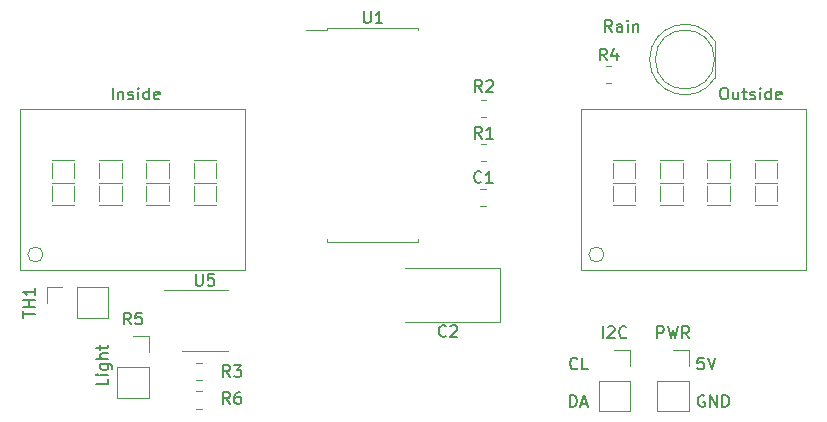
<source format=gbr>
G04 #@! TF.GenerationSoftware,KiCad,Pcbnew,(5.1.9)-1*
G04 #@! TF.CreationDate,2021-11-02T13:36:32-07:00*
G04 #@! TF.ProjectId,wemos_d1_mini_weather_station,77656d6f-735f-4643-915f-6d696e695f77,rev?*
G04 #@! TF.SameCoordinates,Original*
G04 #@! TF.FileFunction,Legend,Top*
G04 #@! TF.FilePolarity,Positive*
%FSLAX46Y46*%
G04 Gerber Fmt 4.6, Leading zero omitted, Abs format (unit mm)*
G04 Created by KiCad (PCBNEW (5.1.9)-1) date 2021-11-02 13:36:32*
%MOMM*%
%LPD*%
G01*
G04 APERTURE LIST*
%ADD10C,0.150000*%
%ADD11C,0.120000*%
G04 APERTURE END LIST*
D10*
X62428380Y-97131047D02*
X62428380Y-97607238D01*
X61428380Y-97607238D01*
X62428380Y-96797714D02*
X61761714Y-96797714D01*
X61428380Y-96797714D02*
X61476000Y-96845333D01*
X61523619Y-96797714D01*
X61476000Y-96750095D01*
X61428380Y-96797714D01*
X61523619Y-96797714D01*
X61761714Y-95892952D02*
X62571238Y-95892952D01*
X62666476Y-95940571D01*
X62714095Y-95988190D01*
X62761714Y-96083428D01*
X62761714Y-96226285D01*
X62714095Y-96321523D01*
X62380761Y-95892952D02*
X62428380Y-95988190D01*
X62428380Y-96178666D01*
X62380761Y-96273904D01*
X62333142Y-96321523D01*
X62237904Y-96369142D01*
X61952190Y-96369142D01*
X61856952Y-96321523D01*
X61809333Y-96273904D01*
X61761714Y-96178666D01*
X61761714Y-95988190D01*
X61809333Y-95892952D01*
X62428380Y-95416761D02*
X61428380Y-95416761D01*
X62428380Y-94988190D02*
X61904571Y-94988190D01*
X61809333Y-95035809D01*
X61761714Y-95131047D01*
X61761714Y-95273904D01*
X61809333Y-95369142D01*
X61856952Y-95416761D01*
X61761714Y-94654857D02*
X61761714Y-94273904D01*
X61428380Y-94512000D02*
X62285523Y-94512000D01*
X62380761Y-94464380D01*
X62428380Y-94369142D01*
X62428380Y-94273904D01*
X114482857Y-72477380D02*
X114673333Y-72477380D01*
X114768571Y-72525000D01*
X114863809Y-72620238D01*
X114911428Y-72810714D01*
X114911428Y-73144047D01*
X114863809Y-73334523D01*
X114768571Y-73429761D01*
X114673333Y-73477380D01*
X114482857Y-73477380D01*
X114387619Y-73429761D01*
X114292380Y-73334523D01*
X114244761Y-73144047D01*
X114244761Y-72810714D01*
X114292380Y-72620238D01*
X114387619Y-72525000D01*
X114482857Y-72477380D01*
X115768571Y-72810714D02*
X115768571Y-73477380D01*
X115340000Y-72810714D02*
X115340000Y-73334523D01*
X115387619Y-73429761D01*
X115482857Y-73477380D01*
X115625714Y-73477380D01*
X115720952Y-73429761D01*
X115768571Y-73382142D01*
X116101904Y-72810714D02*
X116482857Y-72810714D01*
X116244761Y-72477380D02*
X116244761Y-73334523D01*
X116292380Y-73429761D01*
X116387619Y-73477380D01*
X116482857Y-73477380D01*
X116768571Y-73429761D02*
X116863809Y-73477380D01*
X117054285Y-73477380D01*
X117149523Y-73429761D01*
X117197142Y-73334523D01*
X117197142Y-73286904D01*
X117149523Y-73191666D01*
X117054285Y-73144047D01*
X116911428Y-73144047D01*
X116816190Y-73096428D01*
X116768571Y-73001190D01*
X116768571Y-72953571D01*
X116816190Y-72858333D01*
X116911428Y-72810714D01*
X117054285Y-72810714D01*
X117149523Y-72858333D01*
X117625714Y-73477380D02*
X117625714Y-72810714D01*
X117625714Y-72477380D02*
X117578095Y-72525000D01*
X117625714Y-72572619D01*
X117673333Y-72525000D01*
X117625714Y-72477380D01*
X117625714Y-72572619D01*
X118530476Y-73477380D02*
X118530476Y-72477380D01*
X118530476Y-73429761D02*
X118435238Y-73477380D01*
X118244761Y-73477380D01*
X118149523Y-73429761D01*
X118101904Y-73382142D01*
X118054285Y-73286904D01*
X118054285Y-73001190D01*
X118101904Y-72905952D01*
X118149523Y-72858333D01*
X118244761Y-72810714D01*
X118435238Y-72810714D01*
X118530476Y-72858333D01*
X119387619Y-73429761D02*
X119292380Y-73477380D01*
X119101904Y-73477380D01*
X119006666Y-73429761D01*
X118959047Y-73334523D01*
X118959047Y-72953571D01*
X119006666Y-72858333D01*
X119101904Y-72810714D01*
X119292380Y-72810714D01*
X119387619Y-72858333D01*
X119435238Y-72953571D01*
X119435238Y-73048809D01*
X118959047Y-73144047D01*
X62793809Y-73477380D02*
X62793809Y-72477380D01*
X63270000Y-72810714D02*
X63270000Y-73477380D01*
X63270000Y-72905952D02*
X63317619Y-72858333D01*
X63412857Y-72810714D01*
X63555714Y-72810714D01*
X63650952Y-72858333D01*
X63698571Y-72953571D01*
X63698571Y-73477380D01*
X64127142Y-73429761D02*
X64222380Y-73477380D01*
X64412857Y-73477380D01*
X64508095Y-73429761D01*
X64555714Y-73334523D01*
X64555714Y-73286904D01*
X64508095Y-73191666D01*
X64412857Y-73144047D01*
X64270000Y-73144047D01*
X64174761Y-73096428D01*
X64127142Y-73001190D01*
X64127142Y-72953571D01*
X64174761Y-72858333D01*
X64270000Y-72810714D01*
X64412857Y-72810714D01*
X64508095Y-72858333D01*
X64984285Y-73477380D02*
X64984285Y-72810714D01*
X64984285Y-72477380D02*
X64936666Y-72525000D01*
X64984285Y-72572619D01*
X65031904Y-72525000D01*
X64984285Y-72477380D01*
X64984285Y-72572619D01*
X65889047Y-73477380D02*
X65889047Y-72477380D01*
X65889047Y-73429761D02*
X65793809Y-73477380D01*
X65603333Y-73477380D01*
X65508095Y-73429761D01*
X65460476Y-73382142D01*
X65412857Y-73286904D01*
X65412857Y-73001190D01*
X65460476Y-72905952D01*
X65508095Y-72858333D01*
X65603333Y-72810714D01*
X65793809Y-72810714D01*
X65889047Y-72858333D01*
X66746190Y-73429761D02*
X66650952Y-73477380D01*
X66460476Y-73477380D01*
X66365238Y-73429761D01*
X66317619Y-73334523D01*
X66317619Y-72953571D01*
X66365238Y-72858333D01*
X66460476Y-72810714D01*
X66650952Y-72810714D01*
X66746190Y-72858333D01*
X66793809Y-72953571D01*
X66793809Y-73048809D01*
X66317619Y-73144047D01*
X105084666Y-67762380D02*
X104751333Y-67286190D01*
X104513238Y-67762380D02*
X104513238Y-66762380D01*
X104894190Y-66762380D01*
X104989428Y-66810000D01*
X105037047Y-66857619D01*
X105084666Y-66952857D01*
X105084666Y-67095714D01*
X105037047Y-67190952D01*
X104989428Y-67238571D01*
X104894190Y-67286190D01*
X104513238Y-67286190D01*
X105941809Y-67762380D02*
X105941809Y-67238571D01*
X105894190Y-67143333D01*
X105798952Y-67095714D01*
X105608476Y-67095714D01*
X105513238Y-67143333D01*
X105941809Y-67714761D02*
X105846571Y-67762380D01*
X105608476Y-67762380D01*
X105513238Y-67714761D01*
X105465619Y-67619523D01*
X105465619Y-67524285D01*
X105513238Y-67429047D01*
X105608476Y-67381428D01*
X105846571Y-67381428D01*
X105941809Y-67333809D01*
X106418000Y-67762380D02*
X106418000Y-67095714D01*
X106418000Y-66762380D02*
X106370380Y-66810000D01*
X106418000Y-66857619D01*
X106465619Y-66810000D01*
X106418000Y-66762380D01*
X106418000Y-66857619D01*
X106894190Y-67095714D02*
X106894190Y-67762380D01*
X106894190Y-67190952D02*
X106941809Y-67143333D01*
X107037047Y-67095714D01*
X107179904Y-67095714D01*
X107275142Y-67143333D01*
X107322761Y-67238571D01*
X107322761Y-67762380D01*
X102139761Y-96242142D02*
X102092142Y-96289761D01*
X101949285Y-96337380D01*
X101854047Y-96337380D01*
X101711190Y-96289761D01*
X101615952Y-96194523D01*
X101568333Y-96099285D01*
X101520714Y-95908809D01*
X101520714Y-95765952D01*
X101568333Y-95575476D01*
X101615952Y-95480238D01*
X101711190Y-95385000D01*
X101854047Y-95337380D01*
X101949285Y-95337380D01*
X102092142Y-95385000D01*
X102139761Y-95432619D01*
X103044523Y-96337380D02*
X102568333Y-96337380D01*
X102568333Y-95337380D01*
X101544523Y-99512380D02*
X101544523Y-98512380D01*
X101782619Y-98512380D01*
X101925476Y-98560000D01*
X102020714Y-98655238D01*
X102068333Y-98750476D01*
X102115952Y-98940952D01*
X102115952Y-99083809D01*
X102068333Y-99274285D01*
X102020714Y-99369523D01*
X101925476Y-99464761D01*
X101782619Y-99512380D01*
X101544523Y-99512380D01*
X102496904Y-99226666D02*
X102973095Y-99226666D01*
X102401666Y-99512380D02*
X102735000Y-98512380D01*
X103068333Y-99512380D01*
X112903095Y-98560000D02*
X112807857Y-98512380D01*
X112665000Y-98512380D01*
X112522142Y-98560000D01*
X112426904Y-98655238D01*
X112379285Y-98750476D01*
X112331666Y-98940952D01*
X112331666Y-99083809D01*
X112379285Y-99274285D01*
X112426904Y-99369523D01*
X112522142Y-99464761D01*
X112665000Y-99512380D01*
X112760238Y-99512380D01*
X112903095Y-99464761D01*
X112950714Y-99417142D01*
X112950714Y-99083809D01*
X112760238Y-99083809D01*
X113379285Y-99512380D02*
X113379285Y-98512380D01*
X113950714Y-99512380D01*
X113950714Y-98512380D01*
X114426904Y-99512380D02*
X114426904Y-98512380D01*
X114665000Y-98512380D01*
X114807857Y-98560000D01*
X114903095Y-98655238D01*
X114950714Y-98750476D01*
X114998333Y-98940952D01*
X114998333Y-99083809D01*
X114950714Y-99274285D01*
X114903095Y-99369523D01*
X114807857Y-99464761D01*
X114665000Y-99512380D01*
X114426904Y-99512380D01*
X112839523Y-95337380D02*
X112363333Y-95337380D01*
X112315714Y-95813571D01*
X112363333Y-95765952D01*
X112458571Y-95718333D01*
X112696666Y-95718333D01*
X112791904Y-95765952D01*
X112839523Y-95813571D01*
X112887142Y-95908809D01*
X112887142Y-96146904D01*
X112839523Y-96242142D01*
X112791904Y-96289761D01*
X112696666Y-96337380D01*
X112458571Y-96337380D01*
X112363333Y-96289761D01*
X112315714Y-96242142D01*
X113172857Y-95337380D02*
X113506190Y-96337380D01*
X113839523Y-95337380D01*
D11*
G04 #@! TO.C,I2C*
X105283000Y-94682000D02*
X106613000Y-94682000D01*
X106613000Y-94682000D02*
X106613000Y-96012000D01*
X106613000Y-97282000D02*
X106613000Y-99882000D01*
X103953000Y-99882000D02*
X106613000Y-99882000D01*
X103953000Y-97282000D02*
X103953000Y-99882000D01*
X103953000Y-97282000D02*
X106613000Y-97282000D01*
G04 #@! TO.C,U5*
X70612000Y-89642000D02*
X67162000Y-89642000D01*
X70612000Y-89642000D02*
X72562000Y-89642000D01*
X70612000Y-94762000D02*
X68662000Y-94762000D01*
X70612000Y-94762000D02*
X72562000Y-94762000D01*
G04 #@! TO.C,U4*
X56896000Y-86614000D02*
G75*
G03*
X56896000Y-86614000I-635000J0D01*
G01*
X74041000Y-87884000D02*
X54991000Y-87884000D01*
X54991000Y-74295000D02*
X74041000Y-74295000D01*
X74041000Y-74295000D02*
X74041000Y-87884000D01*
X54991000Y-87884000D02*
X54991000Y-74295000D01*
X57658000Y-78613000D02*
X59563000Y-78613000D01*
X59563000Y-78867000D02*
X59563000Y-80137000D01*
X57658000Y-80518000D02*
X59563000Y-80518000D01*
X57658000Y-78867000D02*
X57658000Y-80137000D01*
X57658000Y-80772000D02*
X57658000Y-82042000D01*
X59563000Y-80772000D02*
X59563000Y-82042000D01*
X57658000Y-82423000D02*
X59563000Y-82423000D01*
X61658000Y-82423000D02*
X63563000Y-82423000D01*
X65658000Y-82423000D02*
X67563000Y-82423000D01*
X69658000Y-82423000D02*
X71563000Y-82423000D01*
X63563000Y-78867000D02*
X63563000Y-80137000D01*
X67563000Y-78867000D02*
X67563000Y-80137000D01*
X71563000Y-78867000D02*
X71563000Y-80137000D01*
X61658000Y-80518000D02*
X63563000Y-80518000D01*
X65658000Y-80518000D02*
X67563000Y-80518000D01*
X69658000Y-80518000D02*
X71563000Y-80518000D01*
X61658000Y-80772000D02*
X61658000Y-82042000D01*
X65658000Y-80772000D02*
X65658000Y-82042000D01*
X69658000Y-80772000D02*
X69658000Y-82042000D01*
X63563000Y-80772000D02*
X63563000Y-82042000D01*
X67563000Y-80772000D02*
X67563000Y-82042000D01*
X71563000Y-80772000D02*
X71563000Y-82042000D01*
X61658000Y-78613000D02*
X63563000Y-78613000D01*
X65658000Y-78613000D02*
X67563000Y-78613000D01*
X69658000Y-78613000D02*
X71563000Y-78613000D01*
X61658000Y-78867000D02*
X61658000Y-80137000D01*
X65658000Y-78867000D02*
X65658000Y-80137000D01*
X69658000Y-78867000D02*
X69658000Y-80137000D01*
G04 #@! TO.C,U3*
X104394000Y-86614000D02*
G75*
G03*
X104394000Y-86614000I-635000J0D01*
G01*
X121539000Y-87884000D02*
X102489000Y-87884000D01*
X102489000Y-74295000D02*
X121539000Y-74295000D01*
X121539000Y-74295000D02*
X121539000Y-87884000D01*
X102489000Y-87884000D02*
X102489000Y-74295000D01*
X105156000Y-78613000D02*
X107061000Y-78613000D01*
X107061000Y-78867000D02*
X107061000Y-80137000D01*
X105156000Y-80518000D02*
X107061000Y-80518000D01*
X105156000Y-78867000D02*
X105156000Y-80137000D01*
X105156000Y-80772000D02*
X105156000Y-82042000D01*
X107061000Y-80772000D02*
X107061000Y-82042000D01*
X105156000Y-82423000D02*
X107061000Y-82423000D01*
X109156000Y-82423000D02*
X111061000Y-82423000D01*
X113156000Y-82423000D02*
X115061000Y-82423000D01*
X117156000Y-82423000D02*
X119061000Y-82423000D01*
X111061000Y-78867000D02*
X111061000Y-80137000D01*
X115061000Y-78867000D02*
X115061000Y-80137000D01*
X119061000Y-78867000D02*
X119061000Y-80137000D01*
X109156000Y-80518000D02*
X111061000Y-80518000D01*
X113156000Y-80518000D02*
X115061000Y-80518000D01*
X117156000Y-80518000D02*
X119061000Y-80518000D01*
X109156000Y-80772000D02*
X109156000Y-82042000D01*
X113156000Y-80772000D02*
X113156000Y-82042000D01*
X117156000Y-80772000D02*
X117156000Y-82042000D01*
X111061000Y-80772000D02*
X111061000Y-82042000D01*
X115061000Y-80772000D02*
X115061000Y-82042000D01*
X119061000Y-80772000D02*
X119061000Y-82042000D01*
X109156000Y-78613000D02*
X111061000Y-78613000D01*
X113156000Y-78613000D02*
X115061000Y-78613000D01*
X117156000Y-78613000D02*
X119061000Y-78613000D01*
X109156000Y-78867000D02*
X109156000Y-80137000D01*
X113156000Y-78867000D02*
X113156000Y-80137000D01*
X117156000Y-78867000D02*
X117156000Y-80137000D01*
G04 #@! TO.C,U1*
X80976000Y-67639000D02*
X79161000Y-67639000D01*
X80976000Y-67394000D02*
X80976000Y-67639000D01*
X84836000Y-67394000D02*
X80976000Y-67394000D01*
X88696000Y-67394000D02*
X88696000Y-67639000D01*
X84836000Y-67394000D02*
X88696000Y-67394000D01*
X80976000Y-85514000D02*
X80976000Y-85269000D01*
X84836000Y-85514000D02*
X80976000Y-85514000D01*
X88696000Y-85514000D02*
X88696000Y-85269000D01*
X84836000Y-85514000D02*
X88696000Y-85514000D01*
G04 #@! TO.C,TH1*
X57217000Y-90678000D02*
X57217000Y-89348000D01*
X57217000Y-89348000D02*
X58547000Y-89348000D01*
X59817000Y-89348000D02*
X62417000Y-89348000D01*
X62417000Y-92008000D02*
X62417000Y-89348000D01*
X59817000Y-92008000D02*
X62417000Y-92008000D01*
X59817000Y-92008000D02*
X59817000Y-89348000D01*
G04 #@! TO.C,R6*
X70331064Y-98198000D02*
X69876936Y-98198000D01*
X70331064Y-99668000D02*
X69876936Y-99668000D01*
G04 #@! TO.C,R5*
X64516000Y-93539000D02*
X65846000Y-93539000D01*
X65846000Y-93539000D02*
X65846000Y-94869000D01*
X65846000Y-96139000D02*
X65846000Y-98739000D01*
X63186000Y-98739000D02*
X65846000Y-98739000D01*
X63186000Y-96139000D02*
X63186000Y-98739000D01*
X63186000Y-96139000D02*
X65846000Y-96139000D01*
G04 #@! TO.C,R4*
X104571436Y-72109000D02*
X105025564Y-72109000D01*
X104571436Y-70639000D02*
X105025564Y-70639000D01*
G04 #@! TO.C,R3*
X69876936Y-97255000D02*
X70331064Y-97255000D01*
X69876936Y-95785000D02*
X70331064Y-95785000D01*
G04 #@! TO.C,R2*
X94437564Y-73507666D02*
X93983436Y-73507666D01*
X94437564Y-74977666D02*
X93983436Y-74977666D01*
G04 #@! TO.C,R1*
X93983436Y-78735332D02*
X94437564Y-78735332D01*
X93983436Y-77265332D02*
X94437564Y-77265332D01*
G04 #@! TO.C,PWR*
X110236000Y-94682000D02*
X111566000Y-94682000D01*
X111566000Y-94682000D02*
X111566000Y-96012000D01*
X111566000Y-97282000D02*
X111566000Y-99882000D01*
X108906000Y-99882000D02*
X111566000Y-99882000D01*
X108906000Y-97282000D02*
X108906000Y-99882000D01*
X108906000Y-97282000D02*
X111566000Y-97282000D01*
G04 #@! TO.C,D1*
X113812000Y-71649000D02*
X113812000Y-68559000D01*
X113752000Y-70104000D02*
G75*
G03*
X113752000Y-70104000I-2500000J0D01*
G01*
X108262000Y-70104462D02*
G75*
G02*
X113812000Y-68559170I2990000J462D01*
G01*
X108262000Y-70103538D02*
G75*
G03*
X113812000Y-71648830I2990000J-462D01*
G01*
G04 #@! TO.C,C2*
X95601500Y-87783000D02*
X87541500Y-87783000D01*
X95601500Y-92303000D02*
X95601500Y-87783000D01*
X87541500Y-92303000D02*
X95601500Y-92303000D01*
G04 #@! TO.C,C1*
X93929248Y-82523000D02*
X94451752Y-82523000D01*
X93929248Y-81053000D02*
X94451752Y-81053000D01*
G04 #@! TO.C,I2C*
D10*
X104306809Y-93694380D02*
X104306809Y-92694380D01*
X104735380Y-92789619D02*
X104783000Y-92742000D01*
X104878238Y-92694380D01*
X105116333Y-92694380D01*
X105211571Y-92742000D01*
X105259190Y-92789619D01*
X105306809Y-92884857D01*
X105306809Y-92980095D01*
X105259190Y-93122952D01*
X104687761Y-93694380D01*
X105306809Y-93694380D01*
X106306809Y-93599142D02*
X106259190Y-93646761D01*
X106116333Y-93694380D01*
X106021095Y-93694380D01*
X105878238Y-93646761D01*
X105783000Y-93551523D01*
X105735380Y-93456285D01*
X105687761Y-93265809D01*
X105687761Y-93122952D01*
X105735380Y-92932476D01*
X105783000Y-92837238D01*
X105878238Y-92742000D01*
X106021095Y-92694380D01*
X106116333Y-92694380D01*
X106259190Y-92742000D01*
X106306809Y-92789619D01*
G04 #@! TO.C,U5*
X69850095Y-88254380D02*
X69850095Y-89063904D01*
X69897714Y-89159142D01*
X69945333Y-89206761D01*
X70040571Y-89254380D01*
X70231047Y-89254380D01*
X70326285Y-89206761D01*
X70373904Y-89159142D01*
X70421523Y-89063904D01*
X70421523Y-88254380D01*
X71373904Y-88254380D02*
X70897714Y-88254380D01*
X70850095Y-88730571D01*
X70897714Y-88682952D01*
X70992952Y-88635333D01*
X71231047Y-88635333D01*
X71326285Y-88682952D01*
X71373904Y-88730571D01*
X71421523Y-88825809D01*
X71421523Y-89063904D01*
X71373904Y-89159142D01*
X71326285Y-89206761D01*
X71231047Y-89254380D01*
X70992952Y-89254380D01*
X70897714Y-89206761D01*
X70850095Y-89159142D01*
G04 #@! TO.C,U1*
X84074095Y-66006380D02*
X84074095Y-66815904D01*
X84121714Y-66911142D01*
X84169333Y-66958761D01*
X84264571Y-67006380D01*
X84455047Y-67006380D01*
X84550285Y-66958761D01*
X84597904Y-66911142D01*
X84645523Y-66815904D01*
X84645523Y-66006380D01*
X85645523Y-67006380D02*
X85074095Y-67006380D01*
X85359809Y-67006380D02*
X85359809Y-66006380D01*
X85264571Y-66149238D01*
X85169333Y-66244476D01*
X85074095Y-66292095D01*
G04 #@! TO.C,TH1*
X55229380Y-91963714D02*
X55229380Y-91392285D01*
X56229380Y-91678000D02*
X55229380Y-91678000D01*
X56229380Y-91058952D02*
X55229380Y-91058952D01*
X55705571Y-91058952D02*
X55705571Y-90487523D01*
X56229380Y-90487523D02*
X55229380Y-90487523D01*
X56229380Y-89487523D02*
X56229380Y-90058952D01*
X56229380Y-89773238D02*
X55229380Y-89773238D01*
X55372238Y-89868476D01*
X55467476Y-89963714D01*
X55515095Y-90058952D01*
G04 #@! TO.C,R6*
X72731333Y-99258380D02*
X72398000Y-98782190D01*
X72159904Y-99258380D02*
X72159904Y-98258380D01*
X72540857Y-98258380D01*
X72636095Y-98306000D01*
X72683714Y-98353619D01*
X72731333Y-98448857D01*
X72731333Y-98591714D01*
X72683714Y-98686952D01*
X72636095Y-98734571D01*
X72540857Y-98782190D01*
X72159904Y-98782190D01*
X73588476Y-98258380D02*
X73398000Y-98258380D01*
X73302761Y-98306000D01*
X73255142Y-98353619D01*
X73159904Y-98496476D01*
X73112285Y-98686952D01*
X73112285Y-99067904D01*
X73159904Y-99163142D01*
X73207523Y-99210761D01*
X73302761Y-99258380D01*
X73493238Y-99258380D01*
X73588476Y-99210761D01*
X73636095Y-99163142D01*
X73683714Y-99067904D01*
X73683714Y-98829809D01*
X73636095Y-98734571D01*
X73588476Y-98686952D01*
X73493238Y-98639333D01*
X73302761Y-98639333D01*
X73207523Y-98686952D01*
X73159904Y-98734571D01*
X73112285Y-98829809D01*
G04 #@! TO.C,R5*
X64349333Y-92527380D02*
X64016000Y-92051190D01*
X63777904Y-92527380D02*
X63777904Y-91527380D01*
X64158857Y-91527380D01*
X64254095Y-91575000D01*
X64301714Y-91622619D01*
X64349333Y-91717857D01*
X64349333Y-91860714D01*
X64301714Y-91955952D01*
X64254095Y-92003571D01*
X64158857Y-92051190D01*
X63777904Y-92051190D01*
X65254095Y-91527380D02*
X64777904Y-91527380D01*
X64730285Y-92003571D01*
X64777904Y-91955952D01*
X64873142Y-91908333D01*
X65111238Y-91908333D01*
X65206476Y-91955952D01*
X65254095Y-92003571D01*
X65301714Y-92098809D01*
X65301714Y-92336904D01*
X65254095Y-92432142D01*
X65206476Y-92479761D01*
X65111238Y-92527380D01*
X64873142Y-92527380D01*
X64777904Y-92479761D01*
X64730285Y-92432142D01*
G04 #@! TO.C,R4*
X104631833Y-70176380D02*
X104298500Y-69700190D01*
X104060404Y-70176380D02*
X104060404Y-69176380D01*
X104441357Y-69176380D01*
X104536595Y-69224000D01*
X104584214Y-69271619D01*
X104631833Y-69366857D01*
X104631833Y-69509714D01*
X104584214Y-69604952D01*
X104536595Y-69652571D01*
X104441357Y-69700190D01*
X104060404Y-69700190D01*
X105488976Y-69509714D02*
X105488976Y-70176380D01*
X105250880Y-69128761D02*
X105012785Y-69843047D01*
X105631833Y-69843047D01*
G04 #@! TO.C,R3*
X72731333Y-96972380D02*
X72398000Y-96496190D01*
X72159904Y-96972380D02*
X72159904Y-95972380D01*
X72540857Y-95972380D01*
X72636095Y-96020000D01*
X72683714Y-96067619D01*
X72731333Y-96162857D01*
X72731333Y-96305714D01*
X72683714Y-96400952D01*
X72636095Y-96448571D01*
X72540857Y-96496190D01*
X72159904Y-96496190D01*
X73064666Y-95972380D02*
X73683714Y-95972380D01*
X73350380Y-96353333D01*
X73493238Y-96353333D01*
X73588476Y-96400952D01*
X73636095Y-96448571D01*
X73683714Y-96543809D01*
X73683714Y-96781904D01*
X73636095Y-96877142D01*
X73588476Y-96924761D01*
X73493238Y-96972380D01*
X73207523Y-96972380D01*
X73112285Y-96924761D01*
X73064666Y-96877142D01*
G04 #@! TO.C,R2*
X94067333Y-72842380D02*
X93734000Y-72366190D01*
X93495904Y-72842380D02*
X93495904Y-71842380D01*
X93876857Y-71842380D01*
X93972095Y-71890000D01*
X94019714Y-71937619D01*
X94067333Y-72032857D01*
X94067333Y-72175714D01*
X94019714Y-72270952D01*
X93972095Y-72318571D01*
X93876857Y-72366190D01*
X93495904Y-72366190D01*
X94448285Y-71937619D02*
X94495904Y-71890000D01*
X94591142Y-71842380D01*
X94829238Y-71842380D01*
X94924476Y-71890000D01*
X94972095Y-71937619D01*
X95019714Y-72032857D01*
X95019714Y-72128095D01*
X94972095Y-72270952D01*
X94400666Y-72842380D01*
X95019714Y-72842380D01*
G04 #@! TO.C,R1*
X94043833Y-76802712D02*
X93710500Y-76326522D01*
X93472404Y-76802712D02*
X93472404Y-75802712D01*
X93853357Y-75802712D01*
X93948595Y-75850332D01*
X93996214Y-75897951D01*
X94043833Y-75993189D01*
X94043833Y-76136046D01*
X93996214Y-76231284D01*
X93948595Y-76278903D01*
X93853357Y-76326522D01*
X93472404Y-76326522D01*
X94996214Y-76802712D02*
X94424785Y-76802712D01*
X94710500Y-76802712D02*
X94710500Y-75802712D01*
X94615261Y-75945570D01*
X94520023Y-76040808D01*
X94424785Y-76088427D01*
G04 #@! TO.C,PWR*
X108902666Y-93694380D02*
X108902666Y-92694380D01*
X109283619Y-92694380D01*
X109378857Y-92742000D01*
X109426476Y-92789619D01*
X109474095Y-92884857D01*
X109474095Y-93027714D01*
X109426476Y-93122952D01*
X109378857Y-93170571D01*
X109283619Y-93218190D01*
X108902666Y-93218190D01*
X109807428Y-92694380D02*
X110045523Y-93694380D01*
X110236000Y-92980095D01*
X110426476Y-93694380D01*
X110664571Y-92694380D01*
X111616952Y-93694380D02*
X111283619Y-93218190D01*
X111045523Y-93694380D02*
X111045523Y-92694380D01*
X111426476Y-92694380D01*
X111521714Y-92742000D01*
X111569333Y-92789619D01*
X111616952Y-92884857D01*
X111616952Y-93027714D01*
X111569333Y-93122952D01*
X111521714Y-93170571D01*
X111426476Y-93218190D01*
X111045523Y-93218190D01*
G04 #@! TO.C,C2*
X91024833Y-93500142D02*
X90977214Y-93547761D01*
X90834357Y-93595380D01*
X90739119Y-93595380D01*
X90596261Y-93547761D01*
X90501023Y-93452523D01*
X90453404Y-93357285D01*
X90405785Y-93166809D01*
X90405785Y-93023952D01*
X90453404Y-92833476D01*
X90501023Y-92738238D01*
X90596261Y-92643000D01*
X90739119Y-92595380D01*
X90834357Y-92595380D01*
X90977214Y-92643000D01*
X91024833Y-92690619D01*
X91405785Y-92690619D02*
X91453404Y-92643000D01*
X91548642Y-92595380D01*
X91786738Y-92595380D01*
X91881976Y-92643000D01*
X91929595Y-92690619D01*
X91977214Y-92785857D01*
X91977214Y-92881095D01*
X91929595Y-93023952D01*
X91358166Y-93595380D01*
X91977214Y-93595380D01*
G04 #@! TO.C,C1*
X94023833Y-80465142D02*
X93976214Y-80512761D01*
X93833357Y-80560380D01*
X93738119Y-80560380D01*
X93595261Y-80512761D01*
X93500023Y-80417523D01*
X93452404Y-80322285D01*
X93404785Y-80131809D01*
X93404785Y-79988952D01*
X93452404Y-79798476D01*
X93500023Y-79703238D01*
X93595261Y-79608000D01*
X93738119Y-79560380D01*
X93833357Y-79560380D01*
X93976214Y-79608000D01*
X94023833Y-79655619D01*
X94976214Y-80560380D02*
X94404785Y-80560380D01*
X94690500Y-80560380D02*
X94690500Y-79560380D01*
X94595261Y-79703238D01*
X94500023Y-79798476D01*
X94404785Y-79846095D01*
G04 #@! TD*
M02*

</source>
